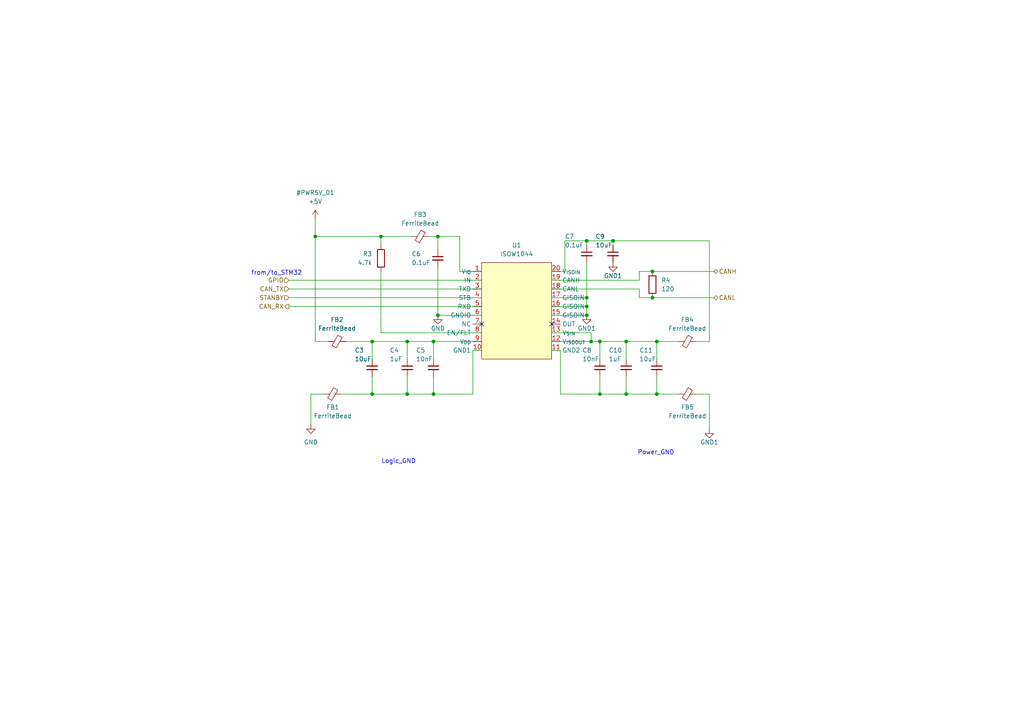
<source format=kicad_sch>
(kicad_sch (version 20230121) (generator eeschema)
  (paper "A4")
  (lib_symbols
    (symbol "Device:C_Small" (pin_numbers hide) (pin_names (offset 0.254) hide)
      (property "Reference" "C" (at 0.254 1.778 0))
      (property "Value" "C_Small" (at 0.254 -2.032 0))
      (symbol "C_Small_0_1"
        (polyline (pts (xy -1.524 -0.508) (xy 1.524 -0.508)) (stroke (width 0.3302)))
        (polyline (pts (xy -1.524 0.508) (xy 1.524 0.508)) (stroke (width 0.3048)))
      )
      (symbol "C_Small_1_1"
        (pin passive line (at 0 2.54 270) (length 2.032) (name "~") (number "1"))
        (pin passive line (at 0 -2.54 90) (length 2.032) (name "~") (number "2"))
      )
    )
    (symbol "Device:FerriteBead_Small" (pin_numbers hide) (pin_names (offset 0))
      (property "Reference" "FB" (at 1.905 1.27 0))
      (property "Value" "FerriteBead_Small" (at 1.905 -1.27 0))
      (symbol "FerriteBead_Small_0_1"
        (polyline (pts (xy 0 -1.27) (xy 0 -0.7874)))
        (polyline (pts (xy 0 0.889) (xy 0 1.2954)))
        (polyline (pts (xy -1.8288 0.2794) (xy -1.1176 1.4986) (xy 1.8288 -0.2032) (xy 1.1176 -1.4224) (xy -1.8288 0.2794)))
      )
      (symbol "FerriteBead_Small_1_1"
        (pin passive line (at 0 2.54 270) (length 1.27) (name "~") (number "1"))
        (pin passive line (at 0 -2.54 90) (length 1.27) (name "~") (number "2"))
      )
    )
    (symbol "Device:R" (pin_numbers hide) (pin_names (offset 0))
      (property "Reference" "R" (at 2.032 0 90))
      (property "Value" "R" (at 0 0 90))
      (symbol "R_0_1"
        (rectangle (start -1.016 -2.54) (end 1.016 2.54) (stroke (width 0.254)))
      )
      (symbol "R_1_1"
        (pin passive line (at 0 3.81 270) (length 1.27) (name "~") (number "1"))
        (pin passive line (at 0 -3.81 90) (length 1.27) (name "~") (number "2"))
      )
    )
    (symbol "RDC_humanoid_project:ISOW1044"
      (property "Reference" "U" (at 7.62 5.08 0))
      (property "Value" "ISOW1044" (at 0 5.08 0))
      (symbol "ISOW1044_0_1"
        (rectangle (start 2.54 2.54) (end 2.54 2.54))
      )
      (symbol "ISOW1044_1_1"
        (rectangle (start -10.16 2.54) (end 10.16 -25.4) (fill (type background)))
        (pin power_in line (at -10.16 0 180) (length 2.54) (name "V_{IO}") (number "1"))
        (pin power_in line (at -10.16 -22.86 180) (length 2.54) (name "GND1") (number "10"))
        (pin power_in line (at 10.16 -22.86 0) (length 2.54) (name "GND2") (number "11"))
        (pin power_out line (at 10.16 -20.32 0) (length 2.54) (name "V_{ISOOUT}") (number "12"))
        (pin input line (at 10.16 -17.78 0) (length 2.54) (name "V_{SIN}") (number "13"))
        (pin output line (at 10.16 -15.24 0) (length 2.54) (name "OUT") (number "14"))
        (pin unspecified line (at 10.16 -12.7 0) (length 2.54) (name "GISOIN") (number "15"))
        (pin unspecified line (at 10.16 -10.16 0) (length 2.54) (name "GISOIN") (number "16"))
        (pin unspecified line (at 10.16 -7.62 0) (length 2.54) (name "GISOIN") (number "17"))
        (pin bidirectional line (at 10.16 -5.08 0) (length 2.54) (name "CANL") (number "18"))
        (pin bidirectional line (at 10.16 -2.54 0) (length 2.54) (name "CANH") (number "19"))
        (pin input line (at -10.16 -2.54 180) (length 2.54) (name "IN") (number "2"))
        (pin bidirectional line (at 10.16 0 0) (length 2.54) (name "V_{ISOIN}") (number "20"))
        (pin input line (at -10.16 -5.08 180) (length 2.54) (name "TXD") (number "3"))
        (pin input line (at -10.16 -7.62 180) (length 2.54) (name "STB") (number "4"))
        (pin output line (at -10.16 -10.16 180) (length 2.54) (name "RXD") (number "5"))
        (pin power_in line (at -10.16 -12.7 180) (length 2.54) (name "GNDIO") (number "6"))
        (pin free line (at -10.16 -15.24 180) (length 2.54) (name "NC") (number "7"))
        (pin bidirectional line (at -10.16 -17.78 180) (length 2.54) (name "EN/FLT") (number "8"))
        (pin power_in line (at -10.16 -20.32 180) (length 2.54) (name "V_{DD}") (number "9"))
      )
    )
    (symbol "power:+5V" (power) (pin_names (offset 0))
      (property "Value" "+5V" (at 0 3.556 0))
      (symbol "+5V_0_1"
        (polyline (pts (xy -0.762 1.27) (xy 0 2.54)))
        (polyline (pts (xy 0 0) (xy 0 2.54)))
        (polyline (pts (xy 0 2.54) (xy 0.762 1.27)))
      )
      (symbol "+5V_1_1"
        (pin power_in line (at 0 0 90) (length 0) hide (name "+5V") (number "1"))
      )
    )
    (symbol "power:GND" (power) (pin_names (offset 0))
      (property "Value" "GND" (at 0 -3.81 0))
      (symbol "GND_0_1"
        (polyline (pts (xy 0 0) (xy 0 -1.27) (xy 1.27 -1.27) (xy 0 -2.54) (xy -1.27 -1.27) (xy 0 -1.27)))
      )
      (symbol "GND_1_1"
        (pin power_in line (at 0 0 270) (length 0) hide (name "GND") (number "1"))
      )
    )
    (symbol "power:GND1" (power) (pin_names (offset 0))
      (property "Value" "GND1" (at 0 -3.81 0))
      (symbol "GND1_0_1"
        (polyline (pts (xy 0 0) (xy 0 -1.27) (xy 1.27 -1.27) (xy 0 -2.54) (xy -1.27 -1.27) (xy 0 -1.27)))
      )
      (symbol "GND1_1_1"
        (pin power_in line (at 0 0 270) (length 0) hide (name "GND1") (number "1"))
      )
    )
  )
  (junction (at 127 68.58))
  (junction (at 170.18 91.44))
  (junction (at 171.45 99.06))
  (junction (at 170.18 88.9))
  (junction (at 91.44 68.58))
  (junction (at 170.18 86.36))
  (junction (at 107.95 99.06))
  (junction (at 125.73 114.3))
  (junction (at 125.73 99.06))
  (junction (at 110.49 68.58))
  (junction (at 173.99 99.06))
  (junction (at 189.23 86.36))
  (junction (at 127 91.44))
  (junction (at 118.11 114.3))
  (junction (at 173.99 114.3))
  (junction (at 170.18 69.85))
  (junction (at 190.5 114.3))
  (junction (at 107.95 114.3))
  (junction (at 181.61 99.06))
  (junction (at 181.61 114.3))
  (junction (at 177.8 69.85))
  (junction (at 189.23 78.74))
  (junction (at 190.5 99.06))
  (junction (at 118.11 99.06))
  (no_connect (at 160.02 93.98))
  (no_connect (at 139.7 93.98))
  (wire (pts (xy 162.56 114.3) (xy 173.99 114.3)))
  (wire (pts (xy 181.61 99.06) (xy 190.5 99.06)))
  (wire (pts (xy 107.95 114.3) (xy 118.11 114.3)))
  (wire (pts (xy 171.45 99.06) (xy 173.99 99.06)))
  (wire (pts (xy 99.06 114.3) (xy 107.95 114.3)))
  (wire (pts (xy 163.83 69.85) (xy 170.18 69.85)))
  (wire (pts (xy 160.02 99.06) (xy 171.45 99.06)))
  (wire (pts (xy 170.18 88.9) (xy 170.18 86.36)))
  (wire (pts (xy 160.02 81.28) (xy 185.42 81.28)))
  (wire (pts (xy 107.95 114.3) (xy 107.95 109.22)))
  (wire (pts (xy 110.49 68.58) (xy 119.38 68.58)))
  (wire (pts (xy 91.44 63.5) (xy 91.44 68.58)))
  (wire (pts (xy 125.73 114.3) (xy 125.73 109.22)))
  (wire (pts (xy 160.02 78.74) (xy 163.83 78.74)))
  (wire (pts (xy 127 68.58) (xy 127 72.39)))
  (wire (pts (xy 83.82 86.36) (xy 139.7 86.36)))
  (wire (pts (xy 160.02 96.52) (xy 171.45 96.52)))
  (wire (pts (xy 118.11 114.3) (xy 118.11 109.22)))
  (wire (pts (xy 83.82 88.9) (xy 139.7 88.9)))
  (wire (pts (xy 137.16 101.6) (xy 139.7 101.6)))
  (wire (pts (xy 95.25 99.06) (xy 91.44 99.06)))
  (wire (pts (xy 125.73 104.14) (xy 125.73 99.06)))
  (wire (pts (xy 110.49 71.12) (xy 110.49 68.58)))
  (wire (pts (xy 91.44 68.58) (xy 110.49 68.58)))
  (wire (pts (xy 201.93 99.06) (xy 205.74 99.06)))
  (wire (pts (xy 127 91.44) (xy 139.7 91.44)))
  (wire (pts (xy 189.23 86.36) (xy 207.01 86.36)))
  (wire (pts (xy 137.16 114.3) (xy 125.73 114.3)))
  (wire (pts (xy 173.99 104.14) (xy 173.99 99.06)))
  (wire (pts (xy 118.11 104.14) (xy 118.11 99.06)))
  (wire (pts (xy 110.49 96.52) (xy 139.7 96.52)))
  (wire (pts (xy 91.44 68.58) (xy 91.44 99.06)))
  (wire (pts (xy 133.35 68.58) (xy 133.35 78.74)))
  (wire (pts (xy 163.83 78.74) (xy 163.83 69.85)))
  (wire (pts (xy 181.61 114.3) (xy 181.61 109.22)))
  (wire (pts (xy 170.18 91.44) (xy 170.18 88.9)))
  (wire (pts (xy 181.61 104.14) (xy 181.61 99.06)))
  (wire (pts (xy 190.5 99.06) (xy 196.85 99.06)))
  (wire (pts (xy 139.7 99.06) (xy 125.73 99.06)))
  (wire (pts (xy 83.82 83.82) (xy 139.7 83.82)))
  (wire (pts (xy 185.42 86.36) (xy 185.42 83.82)))
  (wire (pts (xy 170.18 69.85) (xy 177.8 69.85)))
  (wire (pts (xy 189.23 78.74) (xy 207.01 78.74)))
  (wire (pts (xy 205.74 114.3) (xy 205.74 124.46)))
  (wire (pts (xy 185.42 81.28) (xy 185.42 78.74)))
  (wire (pts (xy 160.02 88.9) (xy 170.18 88.9)))
  (wire (pts (xy 83.82 81.28) (xy 139.7 81.28)))
  (wire (pts (xy 107.95 99.06) (xy 118.11 99.06)))
  (wire (pts (xy 100.33 99.06) (xy 107.95 99.06)))
  (wire (pts (xy 118.11 114.3) (xy 125.73 114.3)))
  (wire (pts (xy 173.99 99.06) (xy 181.61 99.06)))
  (wire (pts (xy 124.46 68.58) (xy 127 68.58)))
  (wire (pts (xy 107.95 104.14) (xy 107.95 99.06)))
  (wire (pts (xy 93.98 114.3) (xy 90.17 114.3)))
  (wire (pts (xy 137.16 101.6) (xy 137.16 114.3)))
  (wire (pts (xy 190.5 104.14) (xy 190.5 99.06)))
  (wire (pts (xy 173.99 114.3) (xy 173.99 109.22)))
  (wire (pts (xy 133.35 78.74) (xy 139.7 78.74)))
  (wire (pts (xy 118.11 99.06) (xy 125.73 99.06)))
  (wire (pts (xy 171.45 96.52) (xy 171.45 99.06)))
  (wire (pts (xy 181.61 114.3) (xy 190.5 114.3)))
  (wire (pts (xy 189.23 86.36) (xy 185.42 86.36)))
  (wire (pts (xy 205.74 69.85) (xy 177.8 69.85)))
  (wire (pts (xy 110.49 78.74) (xy 110.49 96.52)))
  (wire (pts (xy 127 77.47) (xy 127 91.44)))
  (wire (pts (xy 173.99 114.3) (xy 181.61 114.3)))
  (wire (pts (xy 170.18 76.2) (xy 170.18 86.36)))
  (wire (pts (xy 90.17 114.3) (xy 90.17 123.19)))
  (wire (pts (xy 205.74 99.06) (xy 205.74 69.85)))
  (wire (pts (xy 190.5 114.3) (xy 196.85 114.3)))
  (wire (pts (xy 170.18 71.12) (xy 170.18 69.85)))
  (wire (pts (xy 177.8 71.12) (xy 177.8 69.85)))
  (wire (pts (xy 162.56 101.6) (xy 162.56 114.3)))
  (wire (pts (xy 160.02 91.44) (xy 170.18 91.44)))
  (wire (pts (xy 160.02 101.6) (xy 162.56 101.6)))
  (wire (pts (xy 205.74 114.3) (xy 201.93 114.3)))
  (wire (pts (xy 190.5 114.3) (xy 190.5 109.22)))
  (wire (pts (xy 160.02 86.36) (xy 170.18 86.36)))
  (wire (pts (xy 127 68.58) (xy 133.35 68.58)))
  (wire (pts (xy 185.42 78.74) (xy 189.23 78.74)))
  (wire (pts (xy 160.02 83.82) (xy 185.42 83.82)))
  (text "Logic_GND" (at 120.65 134.62 0) (effects (font (size 1.27 1.27)) (justify right bottom)))
  (text "from/to_STM32" (at 87.63 80.01 0) (effects (font (size 1.27 1.27)) (justify right bottom)))
  (text "Power_GND" (at 195.58 132.08 0) (effects (font (size 1.27 1.27)) (justify right bottom)))
  (hierarchical_label "CANL" (shape bidirectional) (at 207.01 86.36 0))
  (hierarchical_label "CAN_RX" (shape output) (at 83.82 88.9 180))
  (hierarchical_label "STANBY" (shape input) (at 83.82 86.36 180))
  (hierarchical_label "CAN_TX" (shape input) (at 83.82 83.82 180))
  (hierarchical_label "GPIO" (shape input) (at 83.82 81.28 180))
  (hierarchical_label "CANH" (shape bidirectional) (at 207.01 78.74 0))
  (symbol (lib_id "Device:C_Small") (at 118.11 106.68 0) (unit 1)
    (property "Reference" "C4" (at 113.03 101.6 0) (effects (justify left)))
    (property "Value" "1uF" (at 113.03 104.14 0) (effects (justify left)))
    (property "Footprint" "Capacitor_SMD:C_0603_1608Metric" (effects hide))
    (instances (project "RDC_Humanoid_Logic" (path "" (reference "C4") (unit 1)) (path "" (reference "C13") (unit 1))))
  )
  (symbol (lib_id "power:GND") (at 90.17 123.19 0) (unit 1)
    (property "Reference" "#PWR011" (effects hide))
    (property "Value" "GND" (at 90.17 128.27 0))
    (instances (project "RDC_Humanoid_Logic" (path "" (reference "#PWR011") (unit 1)) (path "" (reference "#PWR018") (unit 1))))
  )
  (symbol (lib_id "power:GND1") (at 205.74 124.46 0) (unit 1)
    (property "Reference" "#PWR017" (effects hide))
    (property "Value" "GND1" (at 205.74 128.27 0))
    (instances (project "RDC_Humanoid_Logic" (path "" (reference "#PWR017") (unit 1)) (path "" (reference "#PWR024") (unit 1))))
  )
  (symbol (lib_id "power:GND1") (at 177.8 76.2 0) (unit 1)
    (property "Reference" "#PWR015" (effects hide))
    (property "Value" "GND1" (at 177.8 80.01 0))
    (instances (project "RDC_Humanoid_Logic" (path "" (reference "#PWR015") (unit 1)) (path "" (reference "#PWR022") (unit 1))))
  )
  (symbol (lib_id "Device:C_Small") (at 190.5 106.68 0) (unit 1)
    (property "Reference" "C11" (at 185.42 101.6 0) (effects (justify left)))
    (property "Value" "10uF" (at 185.42 104.14 0) (effects (justify left)))
    (property "Footprint" "Capacitor_SMD:C_0603_1608Metric" (effects hide))
    (instances (project "RDC_Humanoid_Logic" (path "" (reference "C11") (unit 1)) (path "" (reference "C20") (unit 1))))
  )
  (symbol (lib_id "Device:C_Small") (at 127 74.93 0) (unit 1)
    (property "Reference" "C6" (at 119.38 73.66 0) (effects (justify left)))
    (property "Value" "0.1uF" (at 119.38 76.2 0) (effects (justify left)))
    (property "Footprint" "Capacitor_SMD:C_0603_1608Metric" (effects hide))
    (instances (project "RDC_Humanoid_Logic" (path "" (reference "C6") (unit 1)) (path "" (reference "C15") (unit 1))))
  )
  (symbol (lib_id "Device:FerriteBead_Small") (at 121.92 68.58 90) (unit 1)
    (property "Reference" "FB3" (at 121.8819 62.23 90))
    (property "Value" "FerriteBead" (at 121.8819 64.77 90))
    (property "Footprint" "Inductor_SMD:L_0805_2012Metric" (effects hide))
    (instances (project "RDC_Humanoid_Logic" (path "" (reference "FB3") (unit 1)) (path "" (reference "FB8") (unit 1))))
  )
  (symbol (lib_id "Device:C_Small") (at 170.18 73.66 0) (unit 1)
    (property "Reference" "C7" (at 163.83 68.58 0) (effects (justify left)))
    (property "Value" "0.1uF" (at 163.83 71.12 0) (effects (justify left)))
    (property "Footprint" "Capacitor_SMD:C_0603_1608Metric" (effects hide))
    (instances (project "RDC_Humanoid_Logic" (path "" (reference "C7") (unit 1)) (path "" (reference "C16") (unit 1))))
  )
  (symbol (lib_id "Device:FerriteBead_Small") (at 97.79 99.06 90) (unit 1)
    (property "Reference" "FB2" (at 97.7519 92.71 90))
    (property "Value" "FerriteBead" (at 97.7519 95.25 90))
    (property "Footprint" "Inductor_SMD:L_0805_2012Metric" (effects hide))
    (instances (project "RDC_Humanoid_Logic" (path "" (reference "FB2") (unit 1)) (path "" (reference "FB7") (unit 1))))
  )
  (symbol (lib_id "power:+5V") (at 91.44 63.5 0) (unit 1)
    (property "Reference" "#PWR5V_01" (at 91.44 55.88 0))
    (property "Value" "+5V" (at 91.44 58.42 0))
    (instances (project "RDC_Humanoid_Logic" (path "" (reference "#PWR5V_01") (unit 1)) (path "" (reference "#PWR5V_02") (unit 1))))
  )
  (symbol (lib_id "Device:C_Small") (at 177.8 73.66 0) (unit 1)
    (property "Reference" "C9" (at 172.72 68.58 0) (effects (justify left)))
    (property "Value" "10uF" (at 172.72 71.12 0) (effects (justify left)))
    (property "Footprint" "Capacitor_SMD:C_0603_1608Metric" (effects hide))
    (instances (project "RDC_Humanoid_Logic" (path "" (reference "C9") (unit 1)) (path "" (reference "C18") (unit 1))))
  )
  (symbol (lib_id "Device:C_Small") (at 173.99 106.68 0) (unit 1)
    (property "Reference" "C8" (at 168.91 101.6 0) (effects (justify left)))
    (property "Value" "10nF" (at 168.91 104.14 0) (effects (justify left)))
    (property "Footprint" "Capacitor_SMD:C_0603_1608Metric" (effects hide))
    (instances (project "RDC_Humanoid_Logic" (path "" (reference "C8") (unit 1)) (path "" (reference "C17") (unit 1))))
  )
  (symbol (lib_id "power:GND") (at 127 91.44 0) (unit 1)
    (property "Reference" "#PWR013" (effects hide))
    (property "Value" "GND" (at 127 95.25 0))
    (instances (project "RDC_Humanoid_Logic" (path "" (reference "#PWR013") (unit 1)) (path "" (reference "#PWR020") (unit 1))))
  )
  (symbol (lib_id "Device:FerriteBead_Small") (at 96.52 114.3 90) (unit 1)
    (property "Reference" "FB1" (at 96.52 118.11 90))
    (property "Value" "FerriteBead" (at 96.52 120.65 90))
    (property "Footprint" "Inductor_SMD:L_0805_2012Metric" (effects hide))
    (instances (project "RDC_Humanoid_Logic" (path "" (reference "FB1") (unit 1)) (path "" (reference "FB6") (unit 1))))
  )
  (symbol (lib_id "Device:C_Small") (at 181.61 106.68 0) (unit 1)
    (property "Reference" "C10" (at 176.53 101.6 0) (effects (justify left)))
    (property "Value" "1uF" (at 176.53 104.14 0) (effects (justify left)))
    (property "Footprint" "Capacitor_SMD:C_0603_1608Metric" (effects hide))
    (instances (project "RDC_Humanoid_Logic" (path "" (reference "C10") (unit 1)) (path "" (reference "C19") (unit 1))))
  )
  (symbol (lib_id "Device:R") (at 189.23 82.55 0) (unit 1)
    (property "Reference" "R4" (at 191.77 81.2799 0) (effects (justify left)))
    (property "Value" "120" (at 191.77 83.8199 0) (effects (justify left)))
    (property "Footprint" "Resistor_SMD:R_0603_1608Metric" (effects hide))
    (instances (project "RDC_Humanoid_Logic" (path "" (reference "R4") (unit 1)) (path "" (reference "R6") (unit 1))))
  )
  (symbol (lib_id "Device:C_Small") (at 125.73 106.68 0) (unit 1)
    (property "Reference" "C5" (at 120.65 101.6 0) (effects (justify left)))
    (property "Value" "10nF" (at 120.65 104.14 0) (effects (justify left)))
    (property "Footprint" "Capacitor_SMD:C_0603_1608Metric" (effects hide))
    (instances (project "RDC_Humanoid_Logic" (path "" (reference "C5") (unit 1)) (path "" (reference "C14") (unit 1))))
  )
  (symbol (lib_id "Device:FerriteBead_Small") (at 199.39 114.3 90) (unit 1)
    (property "Reference" "FB5" (at 199.39 118.11 90))
    (property "Value" "FerriteBead" (at 199.39 120.65 90))
    (property "Footprint" "Inductor_SMD:L_0805_2012Metric" (effects hide))
    (instances (project "RDC_Humanoid_Logic" (path "" (reference "FB5") (unit 1)) (path "" (reference "FB10") (unit 1))))
  )
  (symbol (lib_id "Device:C_Small") (at 107.95 106.68 0) (unit 1)
    (property "Reference" "C3" (at 102.87 101.6 0) (effects (justify left)))
    (property "Value" "10uF" (at 102.87 104.14 0) (effects (justify left)))
    (property "Footprint" "Capacitor_SMD:C_0603_1608Metric" (effects hide))
    (instances (project "RDC_Humanoid_Logic" (path "" (reference "C3") (unit 1)) (path "" (reference "C12") (unit 1))))
  )
  (symbol (lib_id "Device:FerriteBead_Small") (at 199.39 99.06 90) (unit 1)
    (property "Reference" "FB4" (at 199.3519 92.71 90))
    (property "Value" "FerriteBead" (at 199.3519 95.25 90))
    (property "Footprint" "Inductor_SMD:L_0805_2012Metric" (effects hide))
    (instances (project "RDC_Humanoid_Logic" (path "" (reference "FB4") (unit 1)) (path "" (reference "FB9") (unit 1))))
  )
  (symbol (lib_id "RDC_humanoid_project:ISOW1044") (at 149.86 78.74 0) (unit 1)
    (property "Reference" "U1" (at 149.86 71.12 0))
    (property "Value" "ISOW1044" (at 149.86 73.66 0))
    (property "Footprint" "Package_SO:SOIC-20W_7.5x12.8mm_P1.27mm" (effects hide))
    (property "Datasheet" "https://www.ti.com/lit/ds/symlink/isow1044.pdf?ts=1742141302334&ref_url=https%253A%252F%252Fwww.ti.com%252Fproduct%252Fja-jp%252FISOW1044%253Futm_source%253Dgoogle%2526utm_medium%253Dcpc%2526utm_campaign%253Depd-dlp-null-44700045336317809_prodfolderdynamic-cpc-pf-google-jp_jp_int%2526utm_content%253Dprodfolddynamic%2526ds_k%253DDYNAMIC+SEARCH+ADS%2526DCM%253Dyes%2526gclsrc%253Daw.ds%2526gad_source%253D1%2526gclid%253DCj0KCQjw7dm-BhCoARIsALFk4v-WAdcAF-zrUphoWc5iGoZEE4knVFtb3oJczRt-ALRTDiCCWS0eNeIaAqkBEALw_wcB" (effects hide))
    (instances (project "RDC_Humanoid_Logic" (path "" (reference "U1") (unit 1)) (path "" (reference "U2") (unit 1))))
  )
  (symbol (lib_id "power:GND1") (at 170.18 91.44 0) (unit 1)
    (property "Reference" "#PWR014" (effects hide))
    (property "Value" "GND1" (at 170.18 95.25 0))
    (instances (project "RDC_Humanoid_Logic" (path "" (reference "#PWR014") (unit 1)) (path "" (reference "#PWR021") (unit 1))))
  )
  (symbol (lib_id "Device:R") (at 110.49 74.93 0) (mirror y) (unit 1)
    (property "Reference" "R3" (at 107.95 73.66 0) (effects (justify left)))
    (property "Value" "4.7k" (at 107.95 76.2 0) (effects (justify left)))
    (property "Footprint" "Resistor_SMD:R_0603_1608Metric" (effects hide))
    (instances (project "RDC_Humanoid_Logic" (path "" (reference "R3") (unit 1)) (path "" (reference "R5") (unit 1))))
  )
)
</source>
